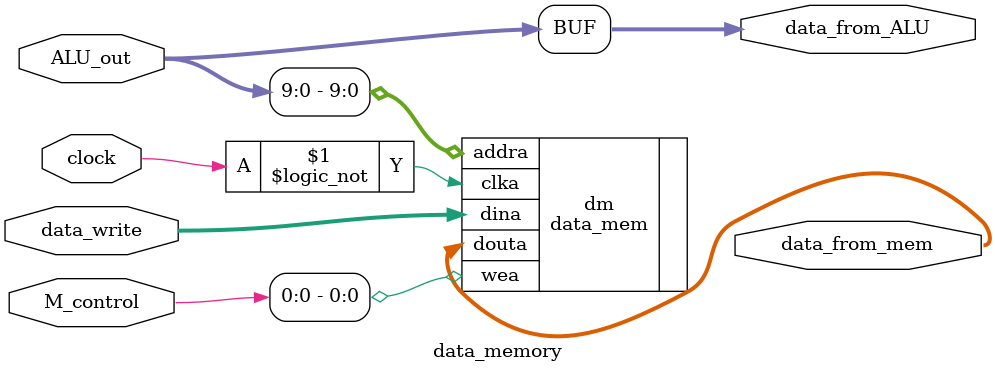
<source format=v>
`timescale 1ns / 1ps
module data_memory(
						input clock,
						input [1:0]M_control,
						//inout [1:0]WB_control, //entrada-salida
						//input zero,//no hace falta
						//input [31:0]address,
						input [31:0]data_write,
						input [31:0]ALU_out,	//salida puenteada de la etapa anterior(igual a address)
						//inout [4:0]reg_write,	//quitado porque va entre latches				
						//output [31:0]data_register,
						output [31:0]data_from_mem,
						output [31:0]data_from_ALU

    );

assign data_from_ALU=ALU_out;

data_mem dm(
  .clka(!clock),
  .wea(M_control[0]),
  .addra(ALU_out[9:0]),
  .dina(data_write),
  .douta(data_from_mem)
);


endmodule

</source>
